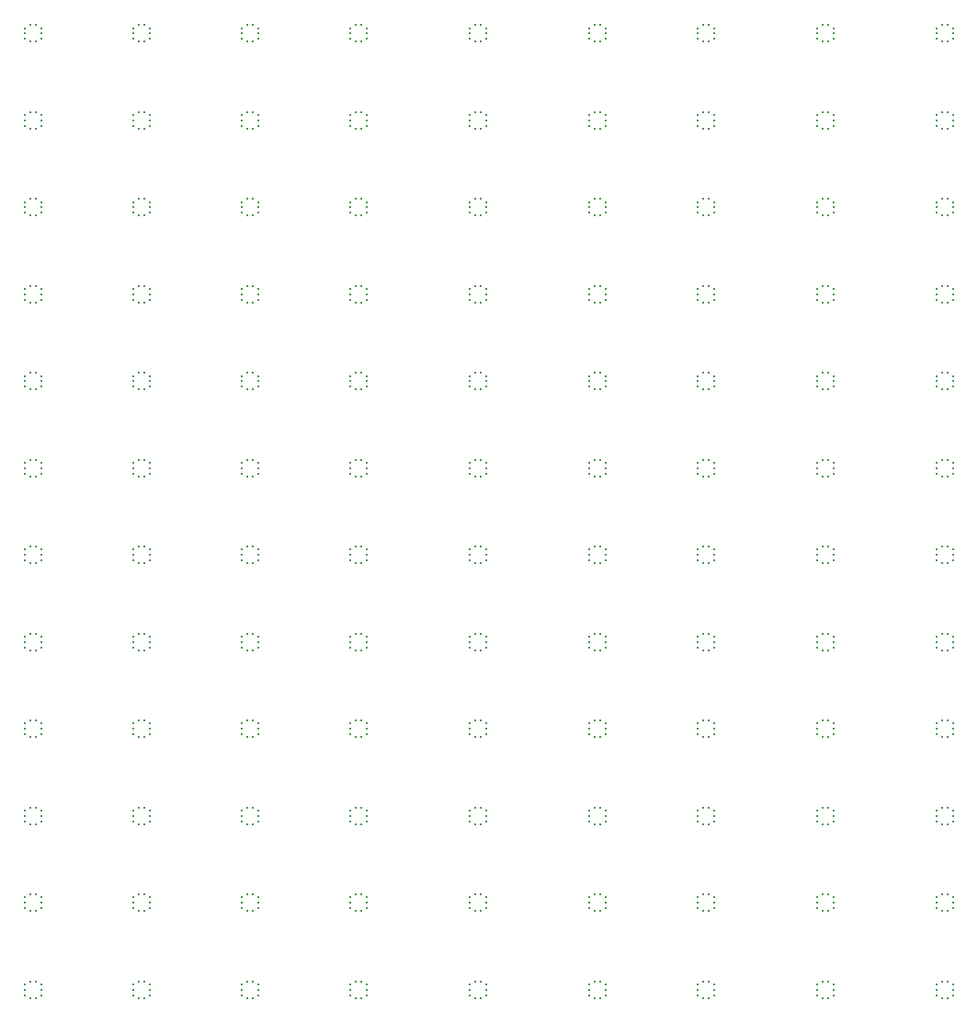
<source format=gtp>
G75*
%MOIN*%
%OFA0B0*%
%FSLAX25Y25*%
%IPPOS*%
%LPD*%
%AMOC8*
5,1,8,0,0,1.08239X$1,22.5*
%
%ADD10R,0.00984X0.01083*%
%ADD11R,0.01083X0.00984*%
D10*
X0029843Y0025463D03*
X0031812Y0025463D03*
X0031812Y0031467D03*
X0029843Y0031467D03*
X0029843Y0056959D03*
X0031812Y0056959D03*
X0031812Y0062963D03*
X0029843Y0062963D03*
X0029843Y0088456D03*
X0031812Y0088456D03*
X0031812Y0094459D03*
X0029843Y0094459D03*
X0029843Y0119952D03*
X0031812Y0119952D03*
X0031812Y0125956D03*
X0029843Y0125956D03*
X0029843Y0151448D03*
X0031812Y0151448D03*
X0031812Y0157452D03*
X0029843Y0157452D03*
X0029843Y0182944D03*
X0031812Y0182944D03*
X0031812Y0188948D03*
X0029843Y0188948D03*
X0029843Y0214440D03*
X0031812Y0214440D03*
X0031812Y0220444D03*
X0029843Y0220444D03*
X0029843Y0245936D03*
X0031812Y0245936D03*
X0031812Y0251940D03*
X0029843Y0251940D03*
X0029843Y0277432D03*
X0031812Y0277432D03*
X0031812Y0283436D03*
X0029843Y0283436D03*
X0029843Y0308928D03*
X0031812Y0308928D03*
X0031812Y0314932D03*
X0029843Y0314932D03*
X0029843Y0340424D03*
X0031812Y0340424D03*
X0031812Y0346428D03*
X0029843Y0346428D03*
X0029843Y0371920D03*
X0031812Y0371920D03*
X0031812Y0377924D03*
X0029843Y0377924D03*
X0069213Y0377924D03*
X0071182Y0377924D03*
X0071182Y0371920D03*
X0069213Y0371920D03*
X0069213Y0346428D03*
X0071182Y0346428D03*
X0071182Y0340424D03*
X0069213Y0340424D03*
X0069213Y0314932D03*
X0071182Y0314932D03*
X0071182Y0308928D03*
X0069213Y0308928D03*
X0069213Y0283436D03*
X0071182Y0283436D03*
X0071182Y0277432D03*
X0069213Y0277432D03*
X0069213Y0251940D03*
X0071182Y0251940D03*
X0071182Y0245936D03*
X0069213Y0245936D03*
X0069213Y0220444D03*
X0071182Y0220444D03*
X0071182Y0214440D03*
X0069213Y0214440D03*
X0069213Y0188948D03*
X0071182Y0188948D03*
X0071182Y0182944D03*
X0069213Y0182944D03*
X0069213Y0157452D03*
X0071182Y0157452D03*
X0071182Y0151448D03*
X0069213Y0151448D03*
X0069213Y0125956D03*
X0071182Y0125956D03*
X0071182Y0119952D03*
X0069213Y0119952D03*
X0069213Y0094459D03*
X0071182Y0094459D03*
X0071182Y0088456D03*
X0069213Y0088456D03*
X0069213Y0062963D03*
X0071182Y0062963D03*
X0071182Y0056959D03*
X0069213Y0056959D03*
X0069213Y0031467D03*
X0071182Y0031467D03*
X0071182Y0025463D03*
X0069213Y0025463D03*
X0108583Y0025463D03*
X0110552Y0025463D03*
X0110552Y0031467D03*
X0108583Y0031467D03*
X0108583Y0056959D03*
X0110552Y0056959D03*
X0110552Y0062963D03*
X0108583Y0062963D03*
X0108583Y0088456D03*
X0110552Y0088456D03*
X0110552Y0094459D03*
X0108583Y0094459D03*
X0108583Y0119952D03*
X0110552Y0119952D03*
X0110552Y0125956D03*
X0108583Y0125956D03*
X0108583Y0151448D03*
X0110552Y0151448D03*
X0110552Y0157452D03*
X0108583Y0157452D03*
X0108583Y0182944D03*
X0110552Y0182944D03*
X0110552Y0188948D03*
X0108583Y0188948D03*
X0108583Y0214440D03*
X0110552Y0214440D03*
X0110552Y0220444D03*
X0108583Y0220444D03*
X0108583Y0245936D03*
X0110552Y0245936D03*
X0110552Y0251940D03*
X0108583Y0251940D03*
X0108583Y0277432D03*
X0110552Y0277432D03*
X0110552Y0283436D03*
X0108583Y0283436D03*
X0108583Y0308928D03*
X0110552Y0308928D03*
X0110552Y0314932D03*
X0108583Y0314932D03*
X0108583Y0340424D03*
X0110552Y0340424D03*
X0110552Y0346428D03*
X0108583Y0346428D03*
X0108583Y0371920D03*
X0110552Y0371920D03*
X0110552Y0377924D03*
X0108583Y0377924D03*
X0147954Y0377924D03*
X0149922Y0377924D03*
X0149922Y0371920D03*
X0147954Y0371920D03*
X0147954Y0346428D03*
X0149922Y0346428D03*
X0149922Y0340424D03*
X0147954Y0340424D03*
X0147954Y0314932D03*
X0149922Y0314932D03*
X0149922Y0308928D03*
X0147954Y0308928D03*
X0147954Y0283436D03*
X0149922Y0283436D03*
X0149922Y0277432D03*
X0147954Y0277432D03*
X0147954Y0251940D03*
X0149922Y0251940D03*
X0149922Y0245936D03*
X0147954Y0245936D03*
X0147954Y0220444D03*
X0149922Y0220444D03*
X0149922Y0214440D03*
X0147954Y0214440D03*
X0147954Y0188948D03*
X0149922Y0188948D03*
X0149922Y0182944D03*
X0147954Y0182944D03*
X0147954Y0157452D03*
X0149922Y0157452D03*
X0149922Y0151448D03*
X0147954Y0151448D03*
X0147954Y0125956D03*
X0149922Y0125956D03*
X0149922Y0119952D03*
X0147954Y0119952D03*
X0147954Y0094459D03*
X0149922Y0094459D03*
X0149922Y0088456D03*
X0147954Y0088456D03*
X0147954Y0062963D03*
X0149922Y0062963D03*
X0149922Y0056959D03*
X0147954Y0056959D03*
X0147954Y0031467D03*
X0149922Y0031467D03*
X0149922Y0025463D03*
X0147954Y0025463D03*
X0191261Y0025463D03*
X0193229Y0025463D03*
X0193229Y0031467D03*
X0191261Y0031467D03*
X0191261Y0056959D03*
X0193229Y0056959D03*
X0193229Y0062963D03*
X0191261Y0062963D03*
X0191261Y0088456D03*
X0193229Y0088456D03*
X0193229Y0094459D03*
X0191261Y0094459D03*
X0191261Y0119952D03*
X0193229Y0119952D03*
X0193229Y0125956D03*
X0191261Y0125956D03*
X0191261Y0151448D03*
X0193229Y0151448D03*
X0193229Y0157452D03*
X0191261Y0157452D03*
X0191261Y0182944D03*
X0193229Y0182944D03*
X0193229Y0188948D03*
X0191261Y0188948D03*
X0191261Y0214440D03*
X0193229Y0214440D03*
X0193229Y0220444D03*
X0191261Y0220444D03*
X0191261Y0245936D03*
X0193229Y0245936D03*
X0193229Y0251940D03*
X0191261Y0251940D03*
X0191261Y0277432D03*
X0193229Y0277432D03*
X0193229Y0283436D03*
X0191261Y0283436D03*
X0191261Y0308928D03*
X0193229Y0308928D03*
X0193229Y0314932D03*
X0191261Y0314932D03*
X0191261Y0340424D03*
X0193229Y0340424D03*
X0193229Y0346428D03*
X0191261Y0346428D03*
X0191261Y0371920D03*
X0193229Y0371920D03*
X0193229Y0377924D03*
X0191261Y0377924D03*
X0234568Y0377924D03*
X0236536Y0377924D03*
X0236536Y0371920D03*
X0234568Y0371920D03*
X0234568Y0346428D03*
X0236536Y0346428D03*
X0236536Y0340424D03*
X0234568Y0340424D03*
X0234568Y0314932D03*
X0236536Y0314932D03*
X0236536Y0308928D03*
X0234568Y0308928D03*
X0234568Y0283436D03*
X0236536Y0283436D03*
X0236536Y0277432D03*
X0234568Y0277432D03*
X0234568Y0251940D03*
X0236536Y0251940D03*
X0236536Y0245936D03*
X0234568Y0245936D03*
X0234568Y0220444D03*
X0236536Y0220444D03*
X0236536Y0214440D03*
X0234568Y0214440D03*
X0234568Y0188948D03*
X0236536Y0188948D03*
X0236536Y0182944D03*
X0234568Y0182944D03*
X0234568Y0157452D03*
X0236536Y0157452D03*
X0236536Y0151448D03*
X0234568Y0151448D03*
X0234568Y0125956D03*
X0236536Y0125956D03*
X0236536Y0119952D03*
X0234568Y0119952D03*
X0234568Y0094459D03*
X0236536Y0094459D03*
X0236536Y0088456D03*
X0234568Y0088456D03*
X0234568Y0062963D03*
X0236536Y0062963D03*
X0236536Y0056959D03*
X0234568Y0056959D03*
X0234568Y0031467D03*
X0236536Y0031467D03*
X0236536Y0025463D03*
X0234568Y0025463D03*
X0273938Y0025463D03*
X0275906Y0025463D03*
X0275906Y0031467D03*
X0273938Y0031467D03*
X0273938Y0056959D03*
X0275906Y0056959D03*
X0275906Y0062963D03*
X0273938Y0062963D03*
X0273938Y0088456D03*
X0275906Y0088456D03*
X0275906Y0094459D03*
X0273938Y0094459D03*
X0273938Y0119952D03*
X0275906Y0119952D03*
X0275906Y0125956D03*
X0273938Y0125956D03*
X0273938Y0151448D03*
X0275906Y0151448D03*
X0275906Y0157452D03*
X0273938Y0157452D03*
X0273938Y0182944D03*
X0275906Y0182944D03*
X0275906Y0188948D03*
X0273938Y0188948D03*
X0273938Y0214440D03*
X0275906Y0214440D03*
X0275906Y0220444D03*
X0273938Y0220444D03*
X0273938Y0245936D03*
X0275906Y0245936D03*
X0275906Y0251940D03*
X0273938Y0251940D03*
X0273938Y0277432D03*
X0275906Y0277432D03*
X0275906Y0283436D03*
X0273938Y0283436D03*
X0273938Y0308928D03*
X0275906Y0308928D03*
X0275906Y0314932D03*
X0273938Y0314932D03*
X0273938Y0340424D03*
X0275906Y0340424D03*
X0275906Y0346428D03*
X0273938Y0346428D03*
X0273938Y0371920D03*
X0275906Y0371920D03*
X0275906Y0377924D03*
X0273938Y0377924D03*
X0317245Y0377924D03*
X0319213Y0377924D03*
X0319213Y0371920D03*
X0317245Y0371920D03*
X0317245Y0346428D03*
X0319213Y0346428D03*
X0319213Y0340424D03*
X0317245Y0340424D03*
X0317245Y0314932D03*
X0319213Y0314932D03*
X0319213Y0308928D03*
X0317245Y0308928D03*
X0317245Y0283436D03*
X0319213Y0283436D03*
X0319213Y0277432D03*
X0317245Y0277432D03*
X0317245Y0251940D03*
X0319213Y0251940D03*
X0319213Y0245936D03*
X0317245Y0245936D03*
X0317245Y0220444D03*
X0319213Y0220444D03*
X0319213Y0214440D03*
X0317245Y0214440D03*
X0317245Y0188948D03*
X0319213Y0188948D03*
X0319213Y0182944D03*
X0317245Y0182944D03*
X0317245Y0157452D03*
X0319213Y0157452D03*
X0319213Y0151448D03*
X0317245Y0151448D03*
X0317245Y0125956D03*
X0319213Y0125956D03*
X0319213Y0119952D03*
X0317245Y0119952D03*
X0317245Y0094459D03*
X0319213Y0094459D03*
X0319213Y0088456D03*
X0317245Y0088456D03*
X0317245Y0062963D03*
X0319213Y0062963D03*
X0319213Y0056959D03*
X0317245Y0056959D03*
X0317245Y0031467D03*
X0319213Y0031467D03*
X0319213Y0025463D03*
X0317245Y0025463D03*
X0360552Y0025463D03*
X0362520Y0025463D03*
X0362520Y0031467D03*
X0360552Y0031467D03*
X0360552Y0056959D03*
X0362520Y0056959D03*
X0362520Y0062963D03*
X0360552Y0062963D03*
X0360552Y0088456D03*
X0362520Y0088456D03*
X0362520Y0094459D03*
X0360552Y0094459D03*
X0360552Y0119952D03*
X0362520Y0119952D03*
X0362520Y0125956D03*
X0360552Y0125956D03*
X0360552Y0151448D03*
X0362520Y0151448D03*
X0362520Y0157452D03*
X0360552Y0157452D03*
X0360552Y0182944D03*
X0362520Y0182944D03*
X0362520Y0188948D03*
X0360552Y0188948D03*
X0360552Y0214440D03*
X0362520Y0214440D03*
X0362520Y0220444D03*
X0360552Y0220444D03*
X0360552Y0245936D03*
X0362520Y0245936D03*
X0362520Y0251940D03*
X0360552Y0251940D03*
X0360552Y0277432D03*
X0362520Y0277432D03*
X0362520Y0283436D03*
X0360552Y0283436D03*
X0360552Y0308928D03*
X0362520Y0308928D03*
X0362520Y0314932D03*
X0360552Y0314932D03*
X0360552Y0340424D03*
X0362520Y0340424D03*
X0362520Y0346428D03*
X0360552Y0346428D03*
X0360552Y0371920D03*
X0362520Y0371920D03*
X0362520Y0377924D03*
X0360552Y0377924D03*
D11*
X0027826Y0026497D03*
X0027826Y0028465D03*
X0027826Y0030434D03*
X0033830Y0030434D03*
X0033830Y0028465D03*
X0033830Y0026497D03*
X0033830Y0057993D03*
X0033830Y0059961D03*
X0033830Y0061930D03*
X0027826Y0061930D03*
X0027826Y0059961D03*
X0027826Y0057993D03*
X0027826Y0089489D03*
X0027826Y0091457D03*
X0027826Y0093426D03*
X0033830Y0093426D03*
X0033830Y0091457D03*
X0033830Y0089489D03*
X0033830Y0120985D03*
X0033830Y0122954D03*
X0033830Y0124922D03*
X0027826Y0124922D03*
X0027826Y0122954D03*
X0027826Y0120985D03*
X0027826Y0152481D03*
X0027826Y0154450D03*
X0027826Y0156418D03*
X0033830Y0156418D03*
X0033830Y0154450D03*
X0033830Y0152481D03*
X0033830Y0183977D03*
X0033830Y0185946D03*
X0033830Y0187914D03*
X0027826Y0187914D03*
X0027826Y0185946D03*
X0027826Y0183977D03*
X0027826Y0215473D03*
X0027826Y0217442D03*
X0027826Y0219410D03*
X0033830Y0219410D03*
X0033830Y0217442D03*
X0033830Y0215473D03*
X0033830Y0246969D03*
X0033830Y0248938D03*
X0033830Y0250906D03*
X0027826Y0250906D03*
X0027826Y0248938D03*
X0027826Y0246969D03*
X0027826Y0278465D03*
X0027826Y0280434D03*
X0027826Y0282402D03*
X0033830Y0282402D03*
X0033830Y0280434D03*
X0033830Y0278465D03*
X0033830Y0309961D03*
X0033830Y0311930D03*
X0033830Y0313898D03*
X0027826Y0313898D03*
X0027826Y0311930D03*
X0027826Y0309961D03*
X0027826Y0341457D03*
X0027826Y0343426D03*
X0027826Y0345394D03*
X0033830Y0345394D03*
X0033830Y0343426D03*
X0033830Y0341457D03*
X0033830Y0372954D03*
X0033830Y0374922D03*
X0033830Y0376891D03*
X0027826Y0376891D03*
X0027826Y0374922D03*
X0027826Y0372954D03*
X0067196Y0372954D03*
X0067196Y0374922D03*
X0067196Y0376891D03*
X0073200Y0376891D03*
X0073200Y0374922D03*
X0073200Y0372954D03*
X0073200Y0345394D03*
X0073200Y0343426D03*
X0073200Y0341457D03*
X0067196Y0341457D03*
X0067196Y0343426D03*
X0067196Y0345394D03*
X0067196Y0313898D03*
X0067196Y0311930D03*
X0067196Y0309961D03*
X0073200Y0309961D03*
X0073200Y0311930D03*
X0073200Y0313898D03*
X0073200Y0282402D03*
X0073200Y0280434D03*
X0073200Y0278465D03*
X0067196Y0278465D03*
X0067196Y0280434D03*
X0067196Y0282402D03*
X0067196Y0250906D03*
X0067196Y0248938D03*
X0067196Y0246969D03*
X0073200Y0246969D03*
X0073200Y0248938D03*
X0073200Y0250906D03*
X0073200Y0219410D03*
X0073200Y0217442D03*
X0073200Y0215473D03*
X0067196Y0215473D03*
X0067196Y0217442D03*
X0067196Y0219410D03*
X0067196Y0187914D03*
X0067196Y0185946D03*
X0067196Y0183977D03*
X0073200Y0183977D03*
X0073200Y0185946D03*
X0073200Y0187914D03*
X0073200Y0156418D03*
X0073200Y0154450D03*
X0073200Y0152481D03*
X0067196Y0152481D03*
X0067196Y0154450D03*
X0067196Y0156418D03*
X0067196Y0124922D03*
X0067196Y0122954D03*
X0067196Y0120985D03*
X0073200Y0120985D03*
X0073200Y0122954D03*
X0073200Y0124922D03*
X0073200Y0093426D03*
X0073200Y0091457D03*
X0073200Y0089489D03*
X0067196Y0089489D03*
X0067196Y0091457D03*
X0067196Y0093426D03*
X0067196Y0061930D03*
X0067196Y0059961D03*
X0067196Y0057993D03*
X0073200Y0057993D03*
X0073200Y0059961D03*
X0073200Y0061930D03*
X0073200Y0030434D03*
X0073200Y0028465D03*
X0073200Y0026497D03*
X0067196Y0026497D03*
X0067196Y0028465D03*
X0067196Y0030434D03*
X0106566Y0030434D03*
X0106566Y0028465D03*
X0106566Y0026497D03*
X0112570Y0026497D03*
X0112570Y0028465D03*
X0112570Y0030434D03*
X0112570Y0057993D03*
X0112570Y0059961D03*
X0112570Y0061930D03*
X0106566Y0061930D03*
X0106566Y0059961D03*
X0106566Y0057993D03*
X0106566Y0089489D03*
X0106566Y0091457D03*
X0106566Y0093426D03*
X0112570Y0093426D03*
X0112570Y0091457D03*
X0112570Y0089489D03*
X0112570Y0120985D03*
X0112570Y0122954D03*
X0112570Y0124922D03*
X0106566Y0124922D03*
X0106566Y0122954D03*
X0106566Y0120985D03*
X0106566Y0152481D03*
X0106566Y0154450D03*
X0106566Y0156418D03*
X0112570Y0156418D03*
X0112570Y0154450D03*
X0112570Y0152481D03*
X0112570Y0183977D03*
X0112570Y0185946D03*
X0112570Y0187914D03*
X0106566Y0187914D03*
X0106566Y0185946D03*
X0106566Y0183977D03*
X0106566Y0215473D03*
X0106566Y0217442D03*
X0106566Y0219410D03*
X0112570Y0219410D03*
X0112570Y0217442D03*
X0112570Y0215473D03*
X0112570Y0246969D03*
X0112570Y0248938D03*
X0112570Y0250906D03*
X0106566Y0250906D03*
X0106566Y0248938D03*
X0106566Y0246969D03*
X0106566Y0278465D03*
X0106566Y0280434D03*
X0106566Y0282402D03*
X0112570Y0282402D03*
X0112570Y0280434D03*
X0112570Y0278465D03*
X0112570Y0309961D03*
X0112570Y0311930D03*
X0112570Y0313898D03*
X0106566Y0313898D03*
X0106566Y0311930D03*
X0106566Y0309961D03*
X0106566Y0341457D03*
X0106566Y0343426D03*
X0106566Y0345394D03*
X0112570Y0345394D03*
X0112570Y0343426D03*
X0112570Y0341457D03*
X0112570Y0372954D03*
X0112570Y0374922D03*
X0112570Y0376891D03*
X0106566Y0376891D03*
X0106566Y0374922D03*
X0106566Y0372954D03*
X0145936Y0372954D03*
X0145936Y0374922D03*
X0145936Y0376891D03*
X0151940Y0376891D03*
X0151940Y0374922D03*
X0151940Y0372954D03*
X0151940Y0345394D03*
X0151940Y0343426D03*
X0151940Y0341457D03*
X0145936Y0341457D03*
X0145936Y0343426D03*
X0145936Y0345394D03*
X0145936Y0313898D03*
X0145936Y0311930D03*
X0145936Y0309961D03*
X0151940Y0309961D03*
X0151940Y0311930D03*
X0151940Y0313898D03*
X0151940Y0282402D03*
X0151940Y0280434D03*
X0151940Y0278465D03*
X0145936Y0278465D03*
X0145936Y0280434D03*
X0145936Y0282402D03*
X0145936Y0250906D03*
X0145936Y0248938D03*
X0145936Y0246969D03*
X0151940Y0246969D03*
X0151940Y0248938D03*
X0151940Y0250906D03*
X0151940Y0219410D03*
X0151940Y0217442D03*
X0151940Y0215473D03*
X0145936Y0215473D03*
X0145936Y0217442D03*
X0145936Y0219410D03*
X0145936Y0187914D03*
X0145936Y0185946D03*
X0145936Y0183977D03*
X0151940Y0183977D03*
X0151940Y0185946D03*
X0151940Y0187914D03*
X0151940Y0156418D03*
X0151940Y0154450D03*
X0151940Y0152481D03*
X0145936Y0152481D03*
X0145936Y0154450D03*
X0145936Y0156418D03*
X0145936Y0124922D03*
X0145936Y0122954D03*
X0145936Y0120985D03*
X0151940Y0120985D03*
X0151940Y0122954D03*
X0151940Y0124922D03*
X0151940Y0093426D03*
X0151940Y0091457D03*
X0151940Y0089489D03*
X0145936Y0089489D03*
X0145936Y0091457D03*
X0145936Y0093426D03*
X0145936Y0061930D03*
X0145936Y0059961D03*
X0145936Y0057993D03*
X0151940Y0057993D03*
X0151940Y0059961D03*
X0151940Y0061930D03*
X0151940Y0030434D03*
X0151940Y0028465D03*
X0151940Y0026497D03*
X0145936Y0026497D03*
X0145936Y0028465D03*
X0145936Y0030434D03*
X0189243Y0030434D03*
X0189243Y0028465D03*
X0189243Y0026497D03*
X0195247Y0026497D03*
X0195247Y0028465D03*
X0195247Y0030434D03*
X0195247Y0057993D03*
X0195247Y0059961D03*
X0195247Y0061930D03*
X0189243Y0061930D03*
X0189243Y0059961D03*
X0189243Y0057993D03*
X0189243Y0089489D03*
X0189243Y0091457D03*
X0189243Y0093426D03*
X0195247Y0093426D03*
X0195247Y0091457D03*
X0195247Y0089489D03*
X0195247Y0120985D03*
X0195247Y0122954D03*
X0195247Y0124922D03*
X0189243Y0124922D03*
X0189243Y0122954D03*
X0189243Y0120985D03*
X0189243Y0152481D03*
X0189243Y0154450D03*
X0189243Y0156418D03*
X0195247Y0156418D03*
X0195247Y0154450D03*
X0195247Y0152481D03*
X0195247Y0183977D03*
X0195247Y0185946D03*
X0195247Y0187914D03*
X0189243Y0187914D03*
X0189243Y0185946D03*
X0189243Y0183977D03*
X0189243Y0215473D03*
X0189243Y0217442D03*
X0189243Y0219410D03*
X0195247Y0219410D03*
X0195247Y0217442D03*
X0195247Y0215473D03*
X0195247Y0246969D03*
X0195247Y0248938D03*
X0195247Y0250906D03*
X0189243Y0250906D03*
X0189243Y0248938D03*
X0189243Y0246969D03*
X0189243Y0278465D03*
X0189243Y0280434D03*
X0189243Y0282402D03*
X0195247Y0282402D03*
X0195247Y0280434D03*
X0195247Y0278465D03*
X0195247Y0309961D03*
X0195247Y0311930D03*
X0195247Y0313898D03*
X0189243Y0313898D03*
X0189243Y0311930D03*
X0189243Y0309961D03*
X0189243Y0341457D03*
X0189243Y0343426D03*
X0189243Y0345394D03*
X0195247Y0345394D03*
X0195247Y0343426D03*
X0195247Y0341457D03*
X0195247Y0372954D03*
X0195247Y0374922D03*
X0195247Y0376891D03*
X0189243Y0376891D03*
X0189243Y0374922D03*
X0189243Y0372954D03*
X0232550Y0372954D03*
X0232550Y0374922D03*
X0232550Y0376891D03*
X0238554Y0376891D03*
X0238554Y0374922D03*
X0238554Y0372954D03*
X0238554Y0345394D03*
X0238554Y0343426D03*
X0238554Y0341457D03*
X0232550Y0341457D03*
X0232550Y0343426D03*
X0232550Y0345394D03*
X0232550Y0313898D03*
X0232550Y0311930D03*
X0232550Y0309961D03*
X0238554Y0309961D03*
X0238554Y0311930D03*
X0238554Y0313898D03*
X0238554Y0282402D03*
X0238554Y0280434D03*
X0238554Y0278465D03*
X0232550Y0278465D03*
X0232550Y0280434D03*
X0232550Y0282402D03*
X0232550Y0250906D03*
X0232550Y0248938D03*
X0232550Y0246969D03*
X0238554Y0246969D03*
X0238554Y0248938D03*
X0238554Y0250906D03*
X0238554Y0219410D03*
X0238554Y0217442D03*
X0238554Y0215473D03*
X0232550Y0215473D03*
X0232550Y0217442D03*
X0232550Y0219410D03*
X0232550Y0187914D03*
X0232550Y0185946D03*
X0232550Y0183977D03*
X0238554Y0183977D03*
X0238554Y0185946D03*
X0238554Y0187914D03*
X0238554Y0156418D03*
X0238554Y0154450D03*
X0238554Y0152481D03*
X0232550Y0152481D03*
X0232550Y0154450D03*
X0232550Y0156418D03*
X0232550Y0124922D03*
X0232550Y0122954D03*
X0232550Y0120985D03*
X0238554Y0120985D03*
X0238554Y0122954D03*
X0238554Y0124922D03*
X0238554Y0093426D03*
X0238554Y0091457D03*
X0238554Y0089489D03*
X0232550Y0089489D03*
X0232550Y0091457D03*
X0232550Y0093426D03*
X0232550Y0061930D03*
X0232550Y0059961D03*
X0232550Y0057993D03*
X0238554Y0057993D03*
X0238554Y0059961D03*
X0238554Y0061930D03*
X0238554Y0030434D03*
X0238554Y0028465D03*
X0238554Y0026497D03*
X0232550Y0026497D03*
X0232550Y0028465D03*
X0232550Y0030434D03*
X0271920Y0030434D03*
X0271920Y0028465D03*
X0271920Y0026497D03*
X0277924Y0026497D03*
X0277924Y0028465D03*
X0277924Y0030434D03*
X0277924Y0057993D03*
X0277924Y0059961D03*
X0277924Y0061930D03*
X0271920Y0061930D03*
X0271920Y0059961D03*
X0271920Y0057993D03*
X0271920Y0089489D03*
X0271920Y0091457D03*
X0271920Y0093426D03*
X0277924Y0093426D03*
X0277924Y0091457D03*
X0277924Y0089489D03*
X0277924Y0120985D03*
X0277924Y0122954D03*
X0277924Y0124922D03*
X0271920Y0124922D03*
X0271920Y0122954D03*
X0271920Y0120985D03*
X0271920Y0152481D03*
X0271920Y0154450D03*
X0271920Y0156418D03*
X0277924Y0156418D03*
X0277924Y0154450D03*
X0277924Y0152481D03*
X0277924Y0183977D03*
X0277924Y0185946D03*
X0277924Y0187914D03*
X0271920Y0187914D03*
X0271920Y0185946D03*
X0271920Y0183977D03*
X0271920Y0215473D03*
X0271920Y0217442D03*
X0271920Y0219410D03*
X0277924Y0219410D03*
X0277924Y0217442D03*
X0277924Y0215473D03*
X0277924Y0246969D03*
X0277924Y0248938D03*
X0277924Y0250906D03*
X0271920Y0250906D03*
X0271920Y0248938D03*
X0271920Y0246969D03*
X0271920Y0278465D03*
X0271920Y0280434D03*
X0271920Y0282402D03*
X0277924Y0282402D03*
X0277924Y0280434D03*
X0277924Y0278465D03*
X0277924Y0309961D03*
X0277924Y0311930D03*
X0277924Y0313898D03*
X0271920Y0313898D03*
X0271920Y0311930D03*
X0271920Y0309961D03*
X0271920Y0341457D03*
X0271920Y0343426D03*
X0271920Y0345394D03*
X0277924Y0345394D03*
X0277924Y0343426D03*
X0277924Y0341457D03*
X0277924Y0372954D03*
X0277924Y0374922D03*
X0277924Y0376891D03*
X0271920Y0376891D03*
X0271920Y0374922D03*
X0271920Y0372954D03*
X0315227Y0372954D03*
X0315227Y0374922D03*
X0315227Y0376891D03*
X0321231Y0376891D03*
X0321231Y0374922D03*
X0321231Y0372954D03*
X0321231Y0345394D03*
X0321231Y0343426D03*
X0321231Y0341457D03*
X0315227Y0341457D03*
X0315227Y0343426D03*
X0315227Y0345394D03*
X0315227Y0313898D03*
X0315227Y0311930D03*
X0315227Y0309961D03*
X0321231Y0309961D03*
X0321231Y0311930D03*
X0321231Y0313898D03*
X0321231Y0282402D03*
X0321231Y0280434D03*
X0321231Y0278465D03*
X0315227Y0278465D03*
X0315227Y0280434D03*
X0315227Y0282402D03*
X0315227Y0250906D03*
X0315227Y0248938D03*
X0315227Y0246969D03*
X0321231Y0246969D03*
X0321231Y0248938D03*
X0321231Y0250906D03*
X0321231Y0219410D03*
X0321231Y0217442D03*
X0321231Y0215473D03*
X0315227Y0215473D03*
X0315227Y0217442D03*
X0315227Y0219410D03*
X0315227Y0187914D03*
X0315227Y0185946D03*
X0315227Y0183977D03*
X0321231Y0183977D03*
X0321231Y0185946D03*
X0321231Y0187914D03*
X0321231Y0156418D03*
X0321231Y0154450D03*
X0321231Y0152481D03*
X0315227Y0152481D03*
X0315227Y0154450D03*
X0315227Y0156418D03*
X0315227Y0124922D03*
X0315227Y0122954D03*
X0315227Y0120985D03*
X0321231Y0120985D03*
X0321231Y0122954D03*
X0321231Y0124922D03*
X0321231Y0093426D03*
X0321231Y0091457D03*
X0321231Y0089489D03*
X0315227Y0089489D03*
X0315227Y0091457D03*
X0315227Y0093426D03*
X0315227Y0061930D03*
X0315227Y0059961D03*
X0315227Y0057993D03*
X0321231Y0057993D03*
X0321231Y0059961D03*
X0321231Y0061930D03*
X0321231Y0030434D03*
X0321231Y0028465D03*
X0321231Y0026497D03*
X0315227Y0026497D03*
X0315227Y0028465D03*
X0315227Y0030434D03*
X0358534Y0030434D03*
X0358534Y0028465D03*
X0358534Y0026497D03*
X0364538Y0026497D03*
X0364538Y0028465D03*
X0364538Y0030434D03*
X0364538Y0057993D03*
X0364538Y0059961D03*
X0364538Y0061930D03*
X0358534Y0061930D03*
X0358534Y0059961D03*
X0358534Y0057993D03*
X0358534Y0089489D03*
X0358534Y0091457D03*
X0358534Y0093426D03*
X0364538Y0093426D03*
X0364538Y0091457D03*
X0364538Y0089489D03*
X0364538Y0120985D03*
X0364538Y0122954D03*
X0364538Y0124922D03*
X0358534Y0124922D03*
X0358534Y0122954D03*
X0358534Y0120985D03*
X0358534Y0152481D03*
X0358534Y0154450D03*
X0358534Y0156418D03*
X0364538Y0156418D03*
X0364538Y0154450D03*
X0364538Y0152481D03*
X0364538Y0183977D03*
X0364538Y0185946D03*
X0364538Y0187914D03*
X0358534Y0187914D03*
X0358534Y0185946D03*
X0358534Y0183977D03*
X0358534Y0215473D03*
X0358534Y0217442D03*
X0358534Y0219410D03*
X0364538Y0219410D03*
X0364538Y0217442D03*
X0364538Y0215473D03*
X0364538Y0246969D03*
X0364538Y0248938D03*
X0364538Y0250906D03*
X0358534Y0250906D03*
X0358534Y0248938D03*
X0358534Y0246969D03*
X0358534Y0278465D03*
X0358534Y0280434D03*
X0358534Y0282402D03*
X0364538Y0282402D03*
X0364538Y0280434D03*
X0364538Y0278465D03*
X0364538Y0309961D03*
X0364538Y0311930D03*
X0364538Y0313898D03*
X0358534Y0313898D03*
X0358534Y0311930D03*
X0358534Y0309961D03*
X0358534Y0341457D03*
X0358534Y0343426D03*
X0358534Y0345394D03*
X0364538Y0345394D03*
X0364538Y0343426D03*
X0364538Y0341457D03*
X0364538Y0372954D03*
X0364538Y0374922D03*
X0364538Y0376891D03*
X0358534Y0376891D03*
X0358534Y0374922D03*
X0358534Y0372954D03*
M02*

</source>
